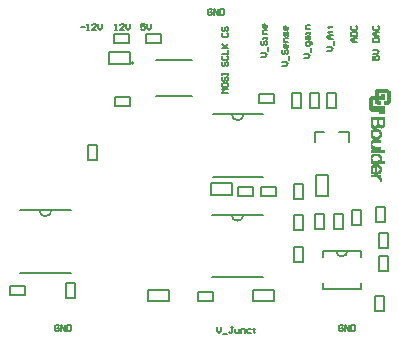
<source format=gto>
G04 Layer_Color=65535*
%FSLAX24Y24*%
%MOIN*%
G70*
G01*
G75*
%ADD26C,0.0060*%
%ADD27C,0.0079*%
%ADD28C,0.0020*%
%ADD29C,0.0010*%
%ADD30C,0.0050*%
D26*
X-6623Y4490D02*
G03*
X-6223Y4490I200J0D01*
G01*
X-3133Y3290D02*
G03*
X-2753Y3290I190J0D01*
G01*
X-6613Y7840D02*
G03*
X-6213Y7840I200J0D01*
G01*
X-13023Y4640D02*
G03*
X-12623Y4640I200J0D01*
G01*
X-5640Y5100D02*
Y5400D01*
X-5140D01*
Y5100D02*
Y5400D01*
X-5640Y5100D02*
X-5140D01*
X-6619Y5160D02*
Y5540D01*
X-7319Y5160D02*
X-6619D01*
X-7319D02*
Y5540D01*
X-6619D01*
X-7263Y4490D02*
X-5583D01*
X-7263Y2410D02*
X-5583D01*
X-10504Y8100D02*
Y8400D01*
X-10004D01*
Y8100D02*
Y8400D01*
X-10504Y8100D02*
X-10004D01*
X-3790Y5131D02*
X-3410D01*
X-3790D02*
Y5831D01*
X-3410D01*
Y5131D02*
Y5831D01*
X-2303Y3090D02*
Y3290D01*
X-3583Y2010D02*
Y2210D01*
Y2010D02*
X-2303D01*
Y2210D01*
X-2823Y3290D02*
X-2303D01*
X-3583D02*
X-3063D01*
X-2823D01*
X-3583Y3090D02*
Y3290D01*
X-1793Y4260D02*
X-1493D01*
X-1793D02*
Y4760D01*
X-1493D01*
Y4260D02*
Y4760D01*
X-1850Y1790D02*
X-1550D01*
Y1290D02*
Y1790D01*
X-1850Y1290D02*
X-1550D01*
X-1850D02*
Y1790D01*
X-7233Y1600D02*
Y1900D01*
X-7733Y1600D02*
X-7233D01*
X-7733D02*
Y1900D01*
X-7233D01*
X-10533Y10200D02*
Y10500D01*
X-10033D01*
Y10200D02*
Y10500D01*
X-10533Y10200D02*
X-10033D01*
X-4600Y8540D02*
X-4300D01*
Y8040D02*
Y8540D01*
X-4600Y8040D02*
X-4300D01*
X-4600D02*
Y8540D01*
X-5710Y8200D02*
X-5210D01*
Y8500D01*
X-5710D02*
X-5210D01*
X-5710Y8200D02*
Y8500D01*
X-9483Y10200D02*
Y10500D01*
X-8983D01*
Y10200D02*
Y10500D01*
X-9483Y10200D02*
X-8983D01*
X-7253Y7840D02*
X-5573D01*
X-7253Y5760D02*
X-5573D01*
X-9993Y9530D02*
Y9910D01*
X-10693Y9530D02*
X-9993D01*
X-10693D02*
Y9910D01*
X-9993D01*
X-5910Y5100D02*
Y5400D01*
X-6410Y5100D02*
X-5910D01*
X-6410D02*
Y5400D01*
X-5910D01*
X-11393Y6310D02*
X-11093D01*
X-11393D02*
Y6810D01*
X-11093D01*
Y6310D02*
Y6810D01*
X-3025Y7243D02*
X-2714D01*
Y6910D02*
Y7243D01*
X-3834D02*
X-3533D01*
X-3834Y6910D02*
Y7243D01*
X-13663Y4640D02*
X-11983D01*
X-13663Y2560D02*
X-11983D01*
X-3443Y8040D02*
Y8540D01*
Y8040D02*
X-3143D01*
Y8540D01*
X-3443D02*
X-3143D01*
X-3700Y8040D02*
Y8540D01*
X-4000D02*
X-3700D01*
X-4000Y8040D02*
Y8540D01*
Y8040D02*
X-3700D01*
X-11850Y1710D02*
Y2210D01*
X-12150D02*
X-11850D01*
X-12150Y1710D02*
Y2210D01*
Y1710D02*
X-11850D01*
X-13490Y1800D02*
Y2100D01*
X-13990Y1800D02*
X-13490D01*
X-13990D02*
Y2100D01*
X-13490D01*
X-4543Y3990D02*
Y4490D01*
Y3990D02*
X-4243D01*
Y4490D01*
X-4543D02*
X-4243D01*
X-4543Y5510D02*
X-4243D01*
Y5010D02*
Y5510D01*
X-4543Y5010D02*
X-4243D01*
X-4543D02*
Y5510D01*
X-2893Y4010D02*
Y4510D01*
X-3193D02*
X-2893D01*
X-3193Y4010D02*
Y4510D01*
Y4010D02*
X-2893D01*
X-1700Y3390D02*
Y3890D01*
Y3390D02*
X-1400D01*
Y3890D01*
X-1700D02*
X-1400D01*
X-4543Y2910D02*
Y3410D01*
Y2910D02*
X-4243D01*
Y3410D01*
X-4543D02*
X-4243D01*
X-2600Y4660D02*
X-2300D01*
Y4160D02*
Y4660D01*
X-2600Y4160D02*
X-2300D01*
X-2600D02*
Y4660D01*
X-3843Y4010D02*
Y4510D01*
Y4010D02*
X-3543D01*
Y4510D01*
X-3843D02*
X-3543D01*
X-1700Y2610D02*
Y3110D01*
Y2610D02*
X-1400D01*
Y3110D01*
X-1700D02*
X-1400D01*
X-8693Y1610D02*
Y1990D01*
X-9393Y1610D02*
X-8693D01*
X-9393D02*
Y1990D01*
X-8693D01*
X-5919Y1610D02*
Y1990D01*
X-5219D01*
Y1610D02*
Y1990D01*
X-5919Y1610D02*
X-5219D01*
X-2917Y767D02*
X-2950Y800D01*
X-3017D01*
X-3050Y767D01*
Y633D01*
X-3017Y600D01*
X-2950D01*
X-2917Y633D01*
Y700D01*
X-2983D01*
X-2850Y600D02*
Y800D01*
X-2717Y600D01*
Y800D01*
X-2650D02*
Y600D01*
X-2550D01*
X-2517Y633D01*
Y767D01*
X-2550Y800D01*
X-2650D01*
X-6750Y8550D02*
X-6950D01*
X-6883Y8617D01*
X-6950Y8683D01*
X-6750D01*
X-6950Y8850D02*
Y8783D01*
X-6917Y8750D01*
X-6783D01*
X-6750Y8783D01*
Y8850D01*
X-6783Y8883D01*
X-6917D01*
X-6950Y8850D01*
X-6917Y9083D02*
X-6950Y9050D01*
Y8983D01*
X-6917Y8950D01*
X-6883D01*
X-6850Y8983D01*
Y9050D01*
X-6817Y9083D01*
X-6783D01*
X-6750Y9050D01*
Y8983D01*
X-6783Y8950D01*
X-6950Y9150D02*
Y9216D01*
Y9183D01*
X-6750D01*
Y9150D01*
Y9216D01*
X-6917Y9583D02*
X-6950Y9550D01*
Y9483D01*
X-6917Y9450D01*
X-6883D01*
X-6850Y9483D01*
Y9550D01*
X-6817Y9583D01*
X-6783D01*
X-6750Y9550D01*
Y9483D01*
X-6783Y9450D01*
X-6917Y9783D02*
X-6950Y9750D01*
Y9683D01*
X-6917Y9650D01*
X-6783D01*
X-6750Y9683D01*
Y9750D01*
X-6783Y9783D01*
X-6950Y9850D02*
X-6750D01*
Y9983D01*
X-6950Y10050D02*
X-6750D01*
X-6817D01*
X-6950Y10183D01*
X-6850Y10083D01*
X-6750Y10183D01*
X-6917Y10533D02*
X-6950Y10500D01*
Y10433D01*
X-6917Y10400D01*
X-6783D01*
X-6750Y10433D01*
Y10500D01*
X-6783Y10533D01*
X-6917Y10733D02*
X-6950Y10700D01*
Y10633D01*
X-6917Y10600D01*
X-6883D01*
X-6850Y10633D01*
Y10700D01*
X-6817Y10733D01*
X-6783D01*
X-6750Y10700D01*
Y10633D01*
X-6783Y10600D01*
X-7267Y11317D02*
X-7300Y11350D01*
X-7367D01*
X-7400Y11317D01*
Y11183D01*
X-7367Y11150D01*
X-7300D01*
X-7267Y11183D01*
Y11250D01*
X-7333D01*
X-7200Y11150D02*
Y11350D01*
X-7067Y11150D01*
Y11350D01*
X-7000D02*
Y11150D01*
X-6900D01*
X-6867Y11183D01*
Y11317D01*
X-6900Y11350D01*
X-7000D01*
X-11650Y10750D02*
X-11517D01*
X-11450Y10650D02*
X-11383D01*
X-11417D01*
Y10850D01*
X-11450Y10817D01*
X-11150Y10650D02*
X-11283D01*
X-11150Y10783D01*
Y10817D01*
X-11183Y10850D01*
X-11250D01*
X-11283Y10817D01*
X-11084Y10850D02*
Y10717D01*
X-11017Y10650D01*
X-10950Y10717D01*
Y10850D01*
X-7100Y750D02*
Y617D01*
X-7033Y550D01*
X-6967Y617D01*
Y750D01*
X-6900Y517D02*
X-6767D01*
X-6567Y750D02*
X-6633D01*
X-6600D01*
Y583D01*
X-6633Y550D01*
X-6667D01*
X-6700Y583D01*
X-6500Y683D02*
Y583D01*
X-6467Y550D01*
X-6367D01*
Y683D01*
X-6300Y550D02*
Y683D01*
X-6200D01*
X-6167Y650D01*
Y550D01*
X-5967Y683D02*
X-6067D01*
X-6100Y650D01*
Y583D01*
X-6067Y550D01*
X-5967D01*
X-5867Y717D02*
Y683D01*
X-5900D01*
X-5834D01*
X-5867D01*
Y583D01*
X-5834Y550D01*
X-12367Y767D02*
X-12400Y800D01*
X-12467D01*
X-12500Y767D01*
Y633D01*
X-12467Y600D01*
X-12400D01*
X-12367Y633D01*
Y700D01*
X-12433D01*
X-12300Y600D02*
Y800D01*
X-12167Y600D01*
Y800D01*
X-12100D02*
Y600D01*
X-12000D01*
X-11967Y633D01*
Y767D01*
X-12000Y800D01*
X-12100D01*
X-9517Y10850D02*
X-9650D01*
Y10750D01*
X-9583Y10783D01*
X-9550D01*
X-9517Y10750D01*
Y10683D01*
X-9550Y10650D01*
X-9617D01*
X-9650Y10683D01*
X-9450Y10850D02*
Y10717D01*
X-9383Y10650D01*
X-9317Y10717D01*
Y10850D01*
X-10500Y10650D02*
X-10433D01*
X-10467D01*
Y10850D01*
X-10500Y10817D01*
X-10200Y10650D02*
X-10333D01*
X-10200Y10783D01*
Y10817D01*
X-10233Y10850D01*
X-10300D01*
X-10333Y10817D01*
X-10133Y10850D02*
Y10717D01*
X-10067Y10650D01*
X-10000Y10717D01*
Y10850D01*
X-1900Y9783D02*
Y9650D01*
X-1800D01*
X-1833Y9717D01*
Y9750D01*
X-1800Y9783D01*
X-1733D01*
X-1700Y9750D01*
Y9683D01*
X-1733Y9650D01*
X-1900Y9850D02*
X-1767D01*
X-1700Y9917D01*
X-1767Y9983D01*
X-1900D01*
Y10250D02*
X-1700D01*
Y10350D01*
X-1733Y10383D01*
X-1867D01*
X-1900Y10350D01*
Y10250D01*
X-1700Y10450D02*
X-1833D01*
X-1900Y10516D01*
X-1833Y10583D01*
X-1700D01*
X-1800D01*
Y10450D01*
X-1867Y10783D02*
X-1900Y10750D01*
Y10683D01*
X-1867Y10650D01*
X-1733D01*
X-1700Y10683D01*
Y10750D01*
X-1733Y10783D01*
X-2450Y10250D02*
X-2583D01*
X-2650Y10317D01*
X-2583Y10383D01*
X-2450D01*
X-2550D01*
Y10250D01*
X-2650Y10450D02*
X-2450D01*
Y10550D01*
X-2483Y10583D01*
X-2617D01*
X-2650Y10550D01*
Y10450D01*
X-2617Y10783D02*
X-2650Y10750D01*
Y10683D01*
X-2617Y10650D01*
X-2483D01*
X-2450Y10683D01*
Y10750D01*
X-2483Y10783D01*
X-3450Y9950D02*
X-3317D01*
X-3250Y10017D01*
X-3317Y10083D01*
X-3450D01*
X-3217Y10150D02*
Y10283D01*
X-3250Y10350D02*
X-3383D01*
X-3450Y10417D01*
X-3383Y10483D01*
X-3250D01*
X-3350D01*
Y10350D01*
X-3417Y10583D02*
X-3383D01*
Y10550D01*
Y10616D01*
Y10583D01*
X-3283D01*
X-3250Y10616D01*
X-3417Y10750D02*
X-3383D01*
Y10716D01*
Y10783D01*
Y10750D01*
X-3283D01*
X-3250Y10783D01*
X-4200Y9700D02*
X-4067D01*
X-4000Y9767D01*
X-4067Y9833D01*
X-4200D01*
X-3967Y9900D02*
Y10033D01*
X-3933Y10167D02*
Y10200D01*
X-3967Y10233D01*
X-4133D01*
Y10133D01*
X-4100Y10100D01*
X-4033D01*
X-4000Y10133D01*
Y10233D01*
X-4133Y10333D02*
Y10400D01*
X-4100Y10433D01*
X-4000D01*
Y10333D01*
X-4033Y10300D01*
X-4067Y10333D01*
Y10433D01*
X-4000Y10500D02*
Y10566D01*
Y10533D01*
X-4133D01*
Y10500D01*
X-4000Y10666D02*
X-4133D01*
Y10766D01*
X-4100Y10800D01*
X-4000D01*
X-4950Y9450D02*
X-4817D01*
X-4750Y9517D01*
X-4817Y9583D01*
X-4950D01*
X-4717Y9650D02*
Y9783D01*
X-4917Y9983D02*
X-4950Y9950D01*
Y9883D01*
X-4917Y9850D01*
X-4883D01*
X-4850Y9883D01*
Y9950D01*
X-4817Y9983D01*
X-4783D01*
X-4750Y9950D01*
Y9883D01*
X-4783Y9850D01*
X-4750Y10150D02*
Y10083D01*
X-4783Y10050D01*
X-4850D01*
X-4883Y10083D01*
Y10150D01*
X-4850Y10183D01*
X-4817D01*
Y10050D01*
X-4750Y10250D02*
X-4883D01*
Y10350D01*
X-4850Y10383D01*
X-4750D01*
Y10450D02*
Y10550D01*
X-4783Y10583D01*
X-4817Y10550D01*
Y10483D01*
X-4850Y10450D01*
X-4883Y10483D01*
Y10583D01*
X-4750Y10750D02*
Y10683D01*
X-4783Y10650D01*
X-4850D01*
X-4883Y10683D01*
Y10750D01*
X-4850Y10783D01*
X-4817D01*
Y10650D01*
X-5643Y9750D02*
X-5510D01*
X-5443Y9817D01*
X-5510Y9883D01*
X-5643D01*
X-5410Y9950D02*
Y10083D01*
X-5610Y10283D02*
X-5643Y10250D01*
Y10183D01*
X-5610Y10150D01*
X-5577D01*
X-5543Y10183D01*
Y10250D01*
X-5510Y10283D01*
X-5477D01*
X-5443Y10250D01*
Y10183D01*
X-5477Y10150D01*
X-5443Y10350D02*
Y10416D01*
Y10383D01*
X-5577D01*
Y10350D01*
X-5443Y10516D02*
X-5577D01*
Y10616D01*
X-5543Y10650D01*
X-5443D01*
Y10816D02*
Y10750D01*
X-5477Y10716D01*
X-5543D01*
X-5577Y10750D01*
Y10816D01*
X-5543Y10850D01*
X-5510D01*
Y10716D01*
D27*
X-9880Y9554D02*
G03*
X-9880Y9554I-39J0D01*
G01*
D28*
X-1963Y6730D02*
Y6960D01*
X-1543Y7450D02*
Y7750D01*
Y6590D02*
Y6650D01*
Y6210D02*
Y6270D01*
X-1563Y7430D02*
Y7750D01*
Y6590D02*
Y6650D01*
Y6210D02*
Y6270D01*
X-1583Y7690D02*
Y7750D01*
Y7410D02*
Y7510D01*
Y6590D02*
Y6650D01*
Y6210D02*
Y6270D01*
X-1603Y7690D02*
Y7750D01*
Y7410D02*
Y7490D01*
Y6590D02*
Y6650D01*
Y6210D02*
Y6270D01*
X-1623Y7690D02*
Y7750D01*
Y7390D02*
Y7470D01*
Y6590D02*
Y6650D01*
Y6210D02*
Y6270D01*
X-1643Y7690D02*
Y7750D01*
Y7390D02*
Y7470D01*
Y7130D02*
Y7250D01*
Y6590D02*
Y6650D01*
Y6330D02*
Y6450D01*
Y6210D02*
Y6270D01*
Y5950D02*
Y6070D01*
Y5630D02*
Y5710D01*
X-1663Y7690D02*
Y7750D01*
Y7410D02*
Y7470D01*
Y7090D02*
Y7290D01*
Y6930D02*
Y6990D01*
Y6690D02*
Y6750D01*
Y6590D02*
Y6650D01*
Y6290D02*
Y6470D01*
Y6210D02*
Y6270D01*
Y5910D02*
Y6110D01*
Y5770D02*
Y5830D01*
Y5630D02*
Y5740D01*
X-1683Y7690D02*
Y7750D01*
Y7410D02*
Y7490D01*
Y7070D02*
Y7310D01*
Y6930D02*
Y6990D01*
Y6690D02*
Y6750D01*
Y6590D02*
Y6650D01*
Y6210D02*
Y6490D01*
Y5890D02*
Y6130D01*
Y5630D02*
Y5830D01*
X-1703Y7690D02*
Y7750D01*
Y7410D02*
Y7510D01*
Y7230D02*
Y7330D01*
Y7050D02*
Y7150D01*
Y6930D02*
Y6990D01*
Y6690D02*
Y6750D01*
Y6590D02*
Y6650D01*
Y6430D02*
Y6510D01*
Y6210D02*
Y6330D01*
Y6050D02*
Y6150D01*
Y5890D02*
Y5970D01*
Y5670D02*
Y5830D01*
X-1723Y7430D02*
Y7750D01*
Y7270D02*
Y7330D01*
Y7050D02*
Y7130D01*
Y6930D02*
Y6990D01*
Y6690D02*
Y6750D01*
Y6590D02*
Y6650D01*
Y6450D02*
Y6530D01*
Y6210D02*
Y6310D01*
Y6070D02*
Y6150D01*
Y5870D02*
Y5950D01*
Y5710D02*
Y5830D01*
X-1743Y7450D02*
Y7750D01*
Y7270D02*
Y7350D01*
Y7030D02*
Y7110D01*
Y6930D02*
Y6990D01*
Y6690D02*
Y6750D01*
Y6590D02*
Y6650D01*
Y6450D02*
Y6530D01*
Y6210D02*
Y6290D01*
Y6090D02*
Y6170D01*
Y5870D02*
Y5930D01*
Y5730D02*
Y5830D01*
X-1763Y7410D02*
Y7750D01*
Y7290D02*
Y7350D01*
Y7030D02*
Y7090D01*
Y6930D02*
Y6990D01*
Y6690D02*
Y6750D01*
Y6590D02*
Y6650D01*
Y6470D02*
Y6530D01*
Y6210D02*
Y6290D01*
Y6110D02*
Y6170D01*
Y5870D02*
Y5930D01*
Y5750D02*
Y5830D01*
X-1783Y7690D02*
Y7750D01*
Y7410D02*
Y7510D01*
Y7290D02*
Y7350D01*
Y7030D02*
Y7090D01*
Y6930D02*
Y6990D01*
Y6690D02*
Y6750D01*
Y6590D02*
Y6650D01*
Y6470D02*
Y6530D01*
Y6210D02*
Y6270D01*
Y6110D02*
Y6170D01*
Y5850D02*
Y5930D01*
Y5750D02*
Y5830D01*
X-1803Y7690D02*
Y7750D01*
Y7390D02*
Y7470D01*
Y7290D02*
Y7350D01*
Y7030D02*
Y7090D01*
Y6930D02*
Y6990D01*
Y6690D02*
Y6750D01*
Y6590D02*
Y6650D01*
Y6470D02*
Y6530D01*
Y6210D02*
Y6270D01*
Y5850D02*
Y6170D01*
Y5770D02*
Y5830D01*
X-1823Y7690D02*
Y7750D01*
Y7390D02*
Y7450D01*
Y7290D02*
Y7350D01*
Y7030D02*
Y7090D01*
Y6930D02*
Y6990D01*
Y6690D02*
Y6750D01*
Y6590D02*
Y6650D01*
Y6470D02*
Y6530D01*
Y6210D02*
Y6270D01*
Y5850D02*
Y6170D01*
Y5770D02*
Y5830D01*
X-1843Y7690D02*
Y7750D01*
Y7390D02*
Y7450D01*
Y7290D02*
Y7350D01*
Y7030D02*
Y7090D01*
Y6930D02*
Y6990D01*
Y6690D02*
Y6750D01*
Y6590D02*
Y6650D01*
Y6470D02*
Y6530D01*
Y6210D02*
Y6270D01*
Y6110D02*
Y6170D01*
Y5770D02*
Y5830D01*
X-1863Y7690D02*
Y7750D01*
Y7390D02*
Y7450D01*
Y7290D02*
Y7350D01*
Y7030D02*
Y7090D01*
Y6930D02*
Y6990D01*
Y6690D02*
Y6770D01*
Y6590D02*
Y6650D01*
Y6470D02*
Y6530D01*
Y6210D02*
Y6270D01*
Y6110D02*
Y6170D01*
Y5770D02*
Y5830D01*
X-1883Y7690D02*
Y7750D01*
Y7390D02*
Y7450D01*
Y7290D02*
Y7350D01*
Y7030D02*
Y7110D01*
Y6930D02*
Y6990D01*
Y6690D02*
Y6770D01*
Y6590D02*
Y6650D01*
Y6470D02*
Y6530D01*
Y6210D02*
Y6290D01*
Y6090D02*
Y6170D01*
Y5850D02*
Y5930D01*
Y5770D02*
Y5830D01*
X-1903Y7690D02*
Y7750D01*
Y7390D02*
Y7470D01*
Y7270D02*
Y7350D01*
Y7030D02*
Y7110D01*
Y6910D02*
Y6990D01*
Y6690D02*
Y6770D01*
Y6590D02*
Y6650D01*
Y6450D02*
Y6530D01*
Y6210D02*
Y6290D01*
Y6090D02*
Y6170D01*
Y5870D02*
Y5930D01*
Y5770D02*
Y5830D01*
X-1923Y7690D02*
Y7750D01*
Y7390D02*
Y7490D01*
Y7250D02*
Y7330D01*
Y7050D02*
Y7130D01*
Y6910D02*
Y6970D01*
Y6690D02*
Y6790D01*
Y6590D02*
Y6650D01*
Y6430D02*
Y6510D01*
Y6210D02*
Y6310D01*
Y6070D02*
Y6150D01*
Y5870D02*
Y5950D01*
Y5770D02*
Y5830D01*
X-1943Y7410D02*
Y7750D01*
Y7210D02*
Y7330D01*
Y7050D02*
Y7170D01*
Y6870D02*
Y6970D01*
Y6690D02*
Y6830D01*
Y6590D02*
Y6650D01*
Y6410D02*
Y6510D01*
Y6210D02*
Y6350D01*
Y6030D02*
Y6150D01*
Y5890D02*
Y5990D01*
Y5770D02*
Y5830D01*
X-1963Y7430D02*
Y7750D01*
Y7070D02*
Y7310D01*
Y6590D02*
Y6650D01*
Y6210D02*
Y6490D01*
Y5890D02*
Y6130D01*
Y5770D02*
Y5830D01*
X-1983Y7470D02*
Y7750D01*
Y7110D02*
Y7270D01*
Y6770D02*
Y6930D01*
Y6590D02*
Y6650D01*
Y6310D02*
Y6470D01*
Y6210D02*
Y6270D01*
Y5930D02*
Y6090D01*
Y5770D02*
Y5830D01*
D29*
X-1353Y8250D02*
Y8600D01*
X-1363Y8240D02*
Y8610D01*
X-1373Y8230D02*
Y8620D01*
X-1383Y8220D02*
Y8630D01*
X-1393Y8210D02*
Y8640D01*
X-1403Y8200D02*
Y8650D01*
X-1413Y8190D02*
Y8660D01*
X-1423Y8180D02*
Y8670D01*
X-1433Y8180D02*
Y8670D01*
X-1443Y8180D02*
Y8670D01*
X-1453Y8580D02*
Y8670D01*
Y8180D02*
Y8270D01*
X-1463Y8580D02*
Y8670D01*
Y8180D02*
Y8270D01*
X-1473Y8580D02*
Y8670D01*
Y8180D02*
Y8270D01*
X-1483Y8580D02*
Y8670D01*
Y8180D02*
Y8270D01*
X-1493Y8580D02*
Y8670D01*
Y8180D02*
Y8270D01*
X-1503Y8580D02*
Y8670D01*
Y8180D02*
Y8270D01*
X-1513Y8580D02*
Y8670D01*
Y8180D02*
Y8270D01*
X-1523Y8580D02*
Y8670D01*
Y8180D02*
Y8270D01*
X-1533Y8580D02*
Y8670D01*
X-1543Y8580D02*
Y8670D01*
X-1553Y8580D02*
Y8670D01*
Y8350D02*
Y8500D01*
Y7950D02*
Y8100D01*
Y7890D02*
Y7950D01*
X-1563Y8580D02*
Y8670D01*
Y8350D02*
Y8500D01*
Y7950D02*
Y8100D01*
Y7890D02*
Y7950D01*
X-1573Y8580D02*
Y8670D01*
Y8350D02*
Y8500D01*
Y7950D02*
Y8100D01*
Y7890D02*
Y7950D01*
X-1583Y8580D02*
Y8670D01*
Y8350D02*
Y8500D01*
Y7950D02*
Y8100D01*
Y7890D02*
Y7950D01*
X-1593Y8580D02*
Y8670D01*
Y8350D02*
Y8500D01*
Y7950D02*
Y8100D01*
Y7890D02*
Y7950D01*
X-1603Y8580D02*
Y8670D01*
Y8350D02*
Y8500D01*
Y7950D02*
Y8100D01*
Y7890D02*
Y7950D01*
X-1613Y8580D02*
Y8670D01*
Y8350D02*
Y8500D01*
Y7950D02*
Y8100D01*
Y7890D02*
Y7950D01*
X-1623Y8580D02*
Y8670D01*
Y8350D02*
Y8500D01*
Y7950D02*
Y8100D01*
Y7890D02*
Y7950D01*
X-1633Y8580D02*
Y8670D01*
Y8350D02*
Y8500D01*
Y7950D02*
Y8100D01*
Y7890D02*
Y7950D01*
X-1643Y8580D02*
Y8670D01*
Y8350D02*
Y8500D01*
Y7950D02*
Y8100D01*
Y7890D02*
Y7950D01*
X-1653Y8580D02*
Y8670D01*
Y8350D02*
Y8440D01*
Y7890D02*
Y8100D01*
X-1663Y8580D02*
Y8670D01*
Y8350D02*
Y8440D01*
Y7890D02*
Y8100D01*
X-1673Y8580D02*
Y8670D01*
Y8350D02*
Y8440D01*
Y8180D02*
Y8270D01*
Y7890D02*
Y8100D01*
X-1683Y8580D02*
Y8670D01*
Y8350D02*
Y8440D01*
Y8180D02*
Y8270D01*
Y7890D02*
Y8100D01*
X-1693Y8580D02*
Y8670D01*
Y8350D02*
Y8440D01*
Y8180D02*
Y8270D01*
Y7890D02*
Y8100D01*
X-1703Y8580D02*
Y8670D01*
Y8350D02*
Y8440D01*
Y8180D02*
Y8270D01*
Y7950D02*
Y8100D01*
X-1713Y8580D02*
Y8670D01*
Y8350D02*
Y8440D01*
Y8180D02*
Y8270D01*
Y7950D02*
Y8100D01*
X-1723Y8580D02*
Y8670D01*
Y8350D02*
Y8440D01*
Y8180D02*
Y8270D01*
Y7950D02*
Y8100D01*
X-1733Y8580D02*
Y8670D01*
Y8350D02*
Y8440D01*
Y8180D02*
Y8270D01*
Y7950D02*
Y8100D01*
X-1743Y8580D02*
Y8670D01*
Y8350D02*
Y8440D01*
Y8180D02*
Y8270D01*
Y7950D02*
Y8100D01*
X-1753Y8180D02*
Y8670D01*
Y7950D02*
Y8100D01*
X-1763Y8180D02*
Y8670D01*
Y7950D02*
Y8100D01*
X-1773Y8180D02*
Y8670D01*
Y7950D02*
Y8100D01*
X-1783Y8190D02*
Y8670D01*
Y7950D02*
Y8100D01*
X-1793Y8200D02*
Y8670D01*
Y7950D02*
Y8100D01*
X-1803Y8210D02*
Y8660D01*
Y7950D02*
Y8100D01*
X-1813Y8220D02*
Y8650D01*
Y7950D02*
Y8100D01*
X-1823Y8230D02*
Y8640D01*
Y7950D02*
Y8100D01*
X-1833Y8240D02*
Y8630D01*
Y7950D02*
Y8100D01*
X-1843Y8250D02*
Y8620D01*
Y7950D02*
Y8100D01*
X-1853Y8350D02*
Y8440D01*
Y7950D02*
Y8100D01*
X-1863Y8350D02*
Y8440D01*
Y7950D02*
Y8100D01*
X-1873Y8350D02*
Y8440D01*
Y7950D02*
Y8100D01*
X-1883Y8350D02*
Y8440D01*
Y7950D02*
Y8100D01*
X-1893Y8350D02*
Y8440D01*
Y7950D02*
Y8100D01*
X-1903Y8350D02*
Y8440D01*
Y7950D02*
Y8100D01*
X-1913Y8350D02*
Y8440D01*
Y7950D02*
Y8100D01*
X-1923Y8350D02*
Y8440D01*
Y7950D02*
Y8100D01*
X-1933Y8350D02*
Y8440D01*
Y7950D02*
Y8100D01*
X-1943Y8350D02*
Y8440D01*
Y7950D02*
Y8100D01*
X-1953Y7950D02*
Y8440D01*
X-1963Y7950D02*
Y8440D01*
X-1973Y7950D02*
Y8440D01*
X-1983Y7960D02*
Y8430D01*
X-1993Y7970D02*
Y8420D01*
X-2003Y7980D02*
Y8410D01*
X-2013Y7990D02*
Y8400D01*
X-2023Y8000D02*
Y8390D01*
D30*
X-9124Y8459D02*
X-7943D01*
X-9124Y9641D02*
X-7943D01*
M02*

</source>
